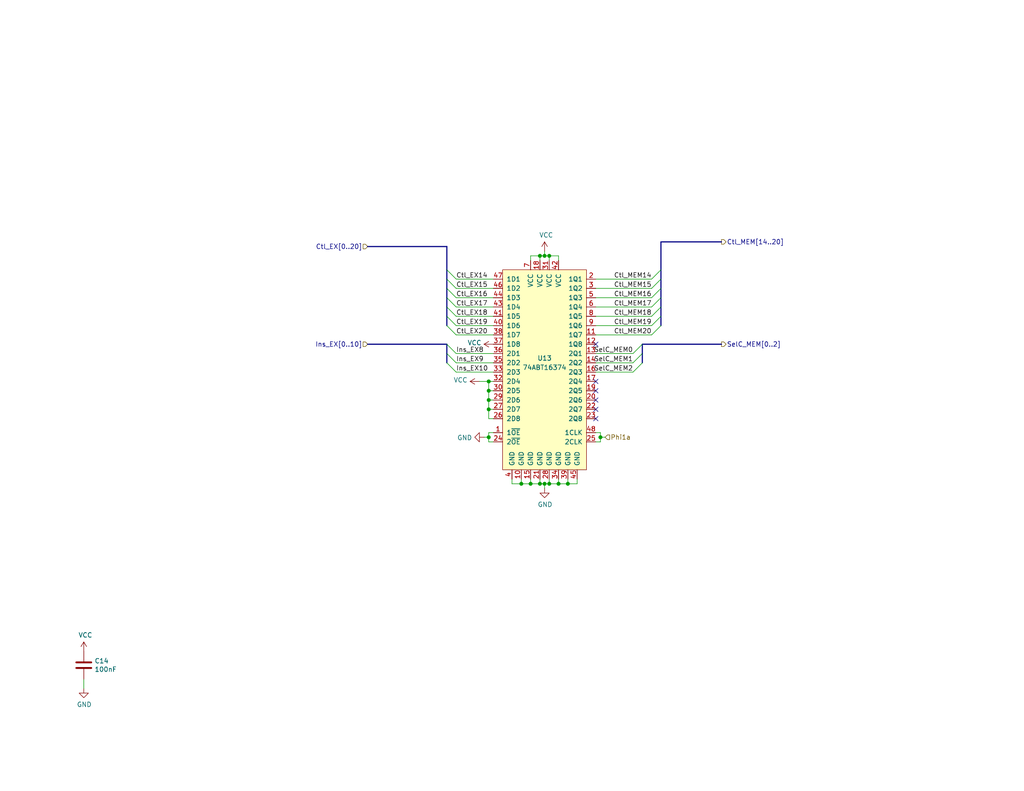
<source format=kicad_sch>
(kicad_sch (version 20230121) (generator eeschema)
  (paper "USLetter")
  (title_block (title "EX/MEM: Control Word Register") (date "2022-09-24") (rev "B"))
  (lib_symbols
    (symbol "74xx (kicad5):74ABT16374" (pin_names (offset 1.016))
      (property "Reference" "U" (at 0 1.27 0))
      (property "Value" "74ABT16374" (at 0 -1.27 0))
      (symbol "74ABT16374_0_0"
        (pin input line (at -13.97 -20.32 0) (length 2.54) (name "1~{OE}") (number "1"))
        (pin power_in line (at -6.35 -33.02 90) (length 2.54) (name "GND") (number "10"))
        (pin tri_state line (at 13.97 6.35 180) (length 2.54) (name "1Q7") (number "11"))
        (pin tri_state line (at 13.97 3.81 180) (length 2.54) (name "1Q8") (number "12"))
        (pin tri_state line (at 13.97 1.27 180) (length 2.54) (name "2Q1") (number "13"))
        (pin tri_state line (at 13.97 -1.27 180) (length 2.54) (name "2Q2") (number "14"))
        (pin power_in line (at -3.81 -33.02 90) (length 2.54) (name "GND") (number "15"))
        (pin tri_state line (at 13.97 -3.81 180) (length 2.54) (name "2Q3") (number "16"))
        (pin tri_state line (at 13.97 -6.35 180) (length 2.54) (name "2Q4") (number "17"))
        (pin power_in line (at -1.27 26.67 270) (length 2.54) (name "VCC") (number "18"))
        (pin tri_state line (at 13.97 -8.89 180) (length 2.54) (name "2Q5") (number "19"))
        (pin tri_state line (at 13.97 21.59 180) (length 2.54) (name "1Q1") (number "2"))
        (pin tri_state line (at 13.97 -11.43 180) (length 2.54) (name "2Q6") (number "20"))
        (pin power_in line (at -1.27 -33.02 90) (length 2.54) (name "GND") (number "21"))
        (pin tri_state line (at 13.97 -13.97 180) (length 2.54) (name "2Q7") (number "22"))
        (pin tri_state line (at 13.97 -16.51 180) (length 2.54) (name "2Q8") (number "23"))
        (pin input line (at -13.97 -22.86 0) (length 2.54) (name "2~{OE}") (number "24"))
        (pin input line (at 13.97 -22.86 180) (length 2.54) (name "2CLK") (number "25"))
        (pin input line (at -13.97 -16.51 0) (length 2.54) (name "2D8") (number "26"))
        (pin input line (at -13.97 -13.97 0) (length 2.54) (name "2D7") (number "27"))
        (pin power_in line (at 1.27 -33.02 90) (length 2.54) (name "GND") (number "28"))
        (pin input line (at -13.97 -11.43 0) (length 2.54) (name "2D6") (number "29"))
        (pin tri_state line (at 13.97 19.05 180) (length 2.54) (name "1Q2") (number "3"))
        (pin input line (at -13.97 -8.89 0) (length 2.54) (name "2D5") (number "30"))
        (pin power_in line (at 1.27 26.67 270) (length 2.54) (name "VCC") (number "31"))
        (pin input line (at -13.97 -6.35 0) (length 2.54) (name "2D4") (number "32"))
        (pin input line (at -13.97 -3.81 0) (length 2.54) (name "2D3") (number "33"))
        (pin power_in line (at 3.81 -33.02 90) (length 2.54) (name "GND") (number "34"))
        (pin input line (at -13.97 -1.27 0) (length 2.54) (name "2D2") (number "35"))
        (pin input line (at -13.97 1.27 0) (length 2.54) (name "2D1") (number "36"))
        (pin input line (at -13.97 3.81 0) (length 2.54) (name "1D8") (number "37"))
        (pin input line (at -13.97 6.35 0) (length 2.54) (name "1D7") (number "38"))
        (pin power_in line (at 6.35 -33.02 90) (length 2.54) (name "GND") (number "39"))
        (pin power_in line (at -8.89 -33.02 90) (length 2.54) (name "GND") (number "4"))
        (pin input line (at -13.97 8.89 0) (length 2.54) (name "1D6") (number "40"))
        (pin input line (at -13.97 11.43 0) (length 2.54) (name "1D5") (number "41"))
        (pin power_in line (at 3.81 26.67 270) (length 2.54) (name "VCC") (number "42"))
        (pin input line (at -13.97 13.97 0) (length 2.54) (name "1D4") (number "43"))
        (pin input line (at -13.97 16.51 0) (length 2.54) (name "1D3") (number "44"))
        (pin power_in line (at 8.89 -33.02 90) (length 2.54) (name "GND") (number "45"))
        (pin input line (at -13.97 19.05 0) (length 2.54) (name "1D2") (number "46"))
        (pin input line (at -13.97 21.59 0) (length 2.54) (name "1D1") (number "47"))
        (pin input line (at 13.97 -20.32 180) (length 2.54) (name "1CLK") (number "48"))
        (pin tri_state line (at 13.97 16.51 180) (length 2.54) (name "1Q3") (number "5"))
        (pin tri_state line (at 13.97 13.97 180) (length 2.54) (name "1Q4") (number "6"))
        (pin power_in line (at -3.81 26.67 270) (length 2.54) (name "VCC") (number "7"))
        (pin tri_state line (at 13.97 11.43 180) (length 2.54) (name "1Q5") (number "8"))
        (pin tri_state line (at 13.97 8.89 180) (length 2.54) (name "1Q6") (number "9"))
      )
      (symbol "74ABT16374_0_1"
        (rectangle (start -11.43 24.13) (end 11.43 -30.48) (fill (type background)))
      )
    )
    (symbol "Device:C" (pin_numbers hide) (pin_names (offset 0.254))
      (property "Reference" "C" (at 0.635 2.54 0))
      (property "Value" "C" (at 0.635 -2.54 0))
      (symbol "C_0_1"
        (polyline (pts (xy -2.032 -0.762) (xy 2.032 -0.762)) (stroke (width 0.508)))
        (polyline (pts (xy -2.032 0.762) (xy 2.032 0.762)) (stroke (width 0.508)))
      )
      (symbol "C_1_1"
        (pin passive line (at 0 3.81 270) (length 2.794) (name "~") (number "1"))
        (pin passive line (at 0 -3.81 90) (length 2.794) (name "~") (number "2"))
      )
    )
    (symbol "power:GND" (power) (pin_names (offset 0))
      (property "Value" "GND" (at 0 -3.81 0))
      (symbol "GND_0_1"
        (polyline (pts (xy 0 0) (xy 0 -1.27) (xy 1.27 -1.27) (xy 0 -2.54) (xy -1.27 -1.27) (xy 0 -1.27)))
      )
      (symbol "GND_1_1"
        (pin power_in line (at 0 0 270) (length 0) hide (name "GND") (number "1"))
      )
    )
    (symbol "power:VCC" (power) (pin_names (offset 0))
      (property "Value" "VCC" (at 0 3.81 0))
      (symbol "VCC_0_1"
        (polyline (pts (xy -0.762 1.27) (xy 0 2.54)))
        (polyline (pts (xy 0 0) (xy 0 2.54)))
        (polyline (pts (xy 0 2.54) (xy 0.762 1.27)))
      )
      (symbol "VCC_1_1"
        (pin power_in line (at 0 0 90) (length 0) hide (name "VCC") (number "1"))
      )
    )
  )
  (junction (at 133.35 106.68))
  (junction (at 133.35 111.76))
  (junction (at 144.78 132.08))
  (junction (at 133.35 119.38))
  (junction (at 152.4 132.08))
  (junction (at 148.59 69.85))
  (junction (at 149.86 132.08))
  (junction (at 149.86 69.85))
  (junction (at 133.35 104.14))
  (junction (at 163.83 119.38))
  (junction (at 147.32 69.85))
  (junction (at 148.59 132.08))
  (junction (at 133.35 109.22))
  (junction (at 147.32 132.08))
  (junction (at 142.24 132.08))
  (junction (at 154.94 132.08))
  (no_connect (at 162.56 104.14))
  (no_connect (at 162.56 109.22))
  (no_connect (at 162.56 111.76))
  (no_connect (at 162.56 93.98))
  (no_connect (at 162.56 106.68))
  (no_connect (at 162.56 114.3))
  (bus_entry (at 180.34 73.66) (size -2.54 2.54))
  (bus_entry (at 180.34 78.74) (size -2.54 2.54))
  (bus_entry (at 121.92 83.82) (size 2.54 2.54))
  (bus_entry (at 180.34 86.36) (size -2.54 2.54))
  (bus_entry (at 175.26 96.52) (size -2.54 2.54))
  (bus_entry (at 121.92 93.98) (size 2.54 2.54))
  (bus_entry (at 180.34 88.9) (size -2.54 2.54))
  (bus_entry (at 121.92 73.66) (size 2.54 2.54))
  (bus_entry (at 121.92 99.06) (size 2.54 2.54))
  (bus_entry (at 180.34 81.28) (size -2.54 2.54))
  (bus_entry (at 175.26 93.98) (size -2.54 2.54))
  (bus_entry (at 121.92 86.36) (size 2.54 2.54))
  (bus_entry (at 180.34 76.2) (size -2.54 2.54))
  (bus_entry (at 121.92 96.52) (size 2.54 2.54))
  (bus_entry (at 121.92 78.74) (size 2.54 2.54))
  (bus_entry (at 121.92 88.9) (size 2.54 2.54))
  (bus_entry (at 180.34 83.82) (size -2.54 2.54))
  (bus_entry (at 175.26 99.06) (size -2.54 2.54))
  (bus_entry (at 121.92 81.28) (size 2.54 2.54))
  (bus_entry (at 121.92 76.2) (size 2.54 2.54))
  (bus (pts (xy 100.33 93.98) (xy 121.92 93.98)))
  (wire (pts (xy 124.46 81.28) (xy 134.62 81.28)))
  (wire (pts (xy 134.62 111.76) (xy 133.35 111.76)))
  (bus (pts (xy 100.33 67.31) (xy 121.92 67.31)))
  (wire (pts (xy 142.24 130.81) (xy 142.24 132.08)))
  (wire (pts (xy 133.35 109.22) (xy 133.35 111.76)))
  (wire (pts (xy 149.86 130.81) (xy 149.86 132.08)))
  (wire (pts (xy 148.59 132.08) (xy 148.59 133.35)))
  (bus (pts (xy 121.92 78.74) (xy 121.92 81.28)))
  (bus (pts (xy 180.34 83.82) (xy 180.34 86.36)))
  (bus (pts (xy 121.92 81.28) (xy 121.92 83.82)))
  (wire (pts (xy 133.35 111.76) (xy 133.35 114.3)))
  (bus (pts (xy 121.92 76.2) (xy 121.92 78.74)))
  (bus (pts (xy 180.34 81.28) (xy 180.34 83.82)))
  (wire (pts (xy 177.8 86.36) (xy 162.56 86.36)))
  (bus (pts (xy 121.92 96.52) (xy 121.92 99.06)))
  (wire (pts (xy 147.32 132.08) (xy 148.59 132.08)))
  (wire (pts (xy 124.46 96.52) (xy 134.62 96.52)))
  (wire (pts (xy 149.86 71.12) (xy 149.86 69.85)))
  (bus (pts (xy 180.34 86.36) (xy 180.34 88.9)))
  (wire (pts (xy 163.83 120.65) (xy 162.56 120.65)))
  (bus (pts (xy 196.85 66.04) (xy 180.34 66.04)))
  (wire (pts (xy 133.35 120.65) (xy 134.62 120.65)))
  (wire (pts (xy 177.8 91.44) (xy 162.56 91.44)))
  (wire (pts (xy 147.32 69.85) (xy 148.59 69.85)))
  (wire (pts (xy 154.94 132.08) (xy 157.48 132.08)))
  (wire (pts (xy 177.8 81.28) (xy 162.56 81.28)))
  (wire (pts (xy 134.62 118.11) (xy 133.35 118.11)))
  (wire (pts (xy 149.86 69.85) (xy 152.4 69.85)))
  (wire (pts (xy 177.8 78.74) (xy 162.56 78.74)))
  (wire (pts (xy 172.72 101.6) (xy 162.56 101.6)))
  (wire (pts (xy 152.4 69.85) (xy 152.4 71.12)))
  (wire (pts (xy 172.72 96.52) (xy 162.56 96.52)))
  (wire (pts (xy 148.59 132.08) (xy 149.86 132.08)))
  (wire (pts (xy 148.59 69.85) (xy 149.86 69.85)))
  (wire (pts (xy 147.32 71.12) (xy 147.32 69.85)))
  (bus (pts (xy 121.92 73.66) (xy 121.92 76.2)))
  (wire (pts (xy 133.35 119.38) (xy 132.08 119.38)))
  (wire (pts (xy 130.81 104.14) (xy 133.35 104.14)))
  (bus (pts (xy 180.34 73.66) (xy 180.34 76.2)))
  (wire (pts (xy 177.8 76.2) (xy 162.56 76.2)))
  (bus (pts (xy 121.92 83.82) (xy 121.92 86.36)))
  (wire (pts (xy 148.59 68.58) (xy 148.59 69.85)))
  (wire (pts (xy 144.78 130.81) (xy 144.78 132.08)))
  (bus (pts (xy 180.34 66.04) (xy 180.34 73.66)))
  (wire (pts (xy 133.35 119.38) (xy 133.35 120.65)))
  (wire (pts (xy 124.46 88.9) (xy 134.62 88.9)))
  (wire (pts (xy 163.83 119.38) (xy 163.83 120.65)))
  (wire (pts (xy 124.46 78.74) (xy 134.62 78.74)))
  (wire (pts (xy 149.86 132.08) (xy 152.4 132.08)))
  (wire (pts (xy 133.35 104.14) (xy 133.35 106.68)))
  (wire (pts (xy 139.7 132.08) (xy 142.24 132.08)))
  (wire (pts (xy 163.83 118.11) (xy 163.83 119.38)))
  (wire (pts (xy 139.7 130.81) (xy 139.7 132.08)))
  (wire (pts (xy 133.35 114.3) (xy 134.62 114.3)))
  (wire (pts (xy 154.94 130.81) (xy 154.94 132.08)))
  (wire (pts (xy 147.32 130.81) (xy 147.32 132.08)))
  (wire (pts (xy 157.48 132.08) (xy 157.48 130.81)))
  (bus (pts (xy 196.85 93.98) (xy 175.26 93.98)))
  (bus (pts (xy 175.26 96.52) (xy 175.26 99.06)))
  (wire (pts (xy 144.78 71.12) (xy 144.78 69.85)))
  (wire (pts (xy 124.46 101.6) (xy 134.62 101.6)))
  (wire (pts (xy 162.56 118.11) (xy 163.83 118.11)))
  (wire (pts (xy 134.62 104.14) (xy 133.35 104.14)))
  (wire (pts (xy 124.46 91.44) (xy 134.62 91.44)))
  (bus (pts (xy 121.92 93.98) (xy 121.92 96.52)))
  (wire (pts (xy 144.78 132.08) (xy 147.32 132.08)))
  (wire (pts (xy 124.46 76.2) (xy 134.62 76.2)))
  (wire (pts (xy 133.35 106.68) (xy 133.35 109.22)))
  (wire (pts (xy 163.83 119.38) (xy 165.1 119.38)))
  (bus (pts (xy 180.34 76.2) (xy 180.34 78.74)))
  (wire (pts (xy 177.8 83.82) (xy 162.56 83.82)))
  (bus (pts (xy 121.92 67.31) (xy 121.92 73.66)))
  (wire (pts (xy 134.62 106.68) (xy 133.35 106.68)))
  (wire (pts (xy 134.62 109.22) (xy 133.35 109.22)))
  (bus (pts (xy 180.34 78.74) (xy 180.34 81.28)))
  (wire (pts (xy 152.4 132.08) (xy 154.94 132.08)))
  (wire (pts (xy 152.4 130.81) (xy 152.4 132.08)))
  (wire (pts (xy 172.72 99.06) (xy 162.56 99.06)))
  (wire (pts (xy 124.46 99.06) (xy 134.62 99.06)))
  (wire (pts (xy 133.35 118.11) (xy 133.35 119.38)))
  (wire (pts (xy 142.24 132.08) (xy 144.78 132.08)))
  (wire (pts (xy 177.8 88.9) (xy 162.56 88.9)))
  (bus (pts (xy 121.92 86.36) (xy 121.92 88.9)))
  (wire (pts (xy 124.46 86.36) (xy 134.62 86.36)))
  (bus (pts (xy 175.26 93.98) (xy 175.26 96.52)))
  (wire (pts (xy 124.46 83.82) (xy 134.62 83.82)))
  (wire (pts (xy 144.78 69.85) (xy 147.32 69.85)))
  (wire (pts (xy 22.86 187.96) (xy 22.86 185.42)))
  (label "Ctl_EX19" (at 124.46 88.9 0))
  (label "Ins_EX8" (at 124.46 96.52 0))
  (label "Ctl_MEM15" (at 177.8 78.74 180))
  (label "Ctl_EX17" (at 124.46 83.82 0))
  (label "Ctl_EX18" (at 124.46 86.36 0))
  (label "Ctl_MEM14" (at 177.8 76.2 180))
  (label "Ctl_MEM19" (at 177.8 88.9 180))
  (label "SelC_MEM1" (at 172.72 99.06 180))
  (label "Ins_EX9" (at 124.46 99.06 0))
  (label "Ctl_EX15" (at 124.46 78.74 0))
  (label "Ctl_EX20" (at 124.46 91.44 0))
  (label "SelC_MEM0" (at 172.72 96.52 180))
  (label "SelC_MEM2" (at 172.72 101.6 180))
  (label "Ctl_MEM17" (at 177.8 83.82 180))
  (label "Ctl_MEM18" (at 177.8 86.36 180))
  (label "Ctl_EX14" (at 124.46 76.2 0))
  (label "Ctl_EX16" (at 124.46 81.28 0))
  (label "Ctl_MEM16" (at 177.8 81.28 180))
  (label "Ins_EX10" (at 124.46 101.6 0))
  (label "Ctl_MEM20" (at 177.8 91.44 180))
  (hierarchical_label "Ctl_MEM[14..20]" (shape output) (at 196.85 66.04 0))
  (hierarchical_label "Phi1a" (shape input) (at 165.1 119.38 0))
  (hierarchical_label "Ins_EX[0..10]" (shape input) (at 100.33 93.98 180))
  (hierarchical_label "Ctl_EX[0..20]" (shape input) (at 100.33 67.31 180))
  (hierarchical_label "SelC_MEM[0..2]" (shape output) (at 196.85 93.98 0))
  (symbol (lib_id "power:VCC") (at 130.81 104.14 90) (unit 1)
    (property "Reference" "#PWR071" (effects hide))
    (property "Value" "VCC" (at 127.5842 103.759 90) (effects (justify left)))
  )
  (symbol (lib_id "power:VCC") (at 134.62 93.98 90) (unit 1)
    (property "Reference" "#PWR073" (effects hide))
    (property "Value" "VCC" (at 131.3942 93.599 90) (effects (justify left)))
  )
  (symbol (lib_id "Device:C") (at 22.86 181.61 0) (unit 1)
    (property "Reference" "C14" (at 25.781 180.4416 0) (effects (justify left)))
    (property "Value" "100nF" (at 25.781 182.753 0) (effects (justify left)))
    (property "Footprint" "Capacitor_SMD:C_0603_1608Metric_Pad1.08x0.95mm_HandSolder" (effects hide))
    (property "Mouser" "https://www.mouser.com/ProductDetail/963-EMK107B7104KAHT" (effects hide))
  )
  (symbol (lib_id "power:VCC") (at 22.86 177.8 0) (unit 1)
    (property "Reference" "#PWR069" (effects hide))
    (property "Value" "VCC" (at 23.2918 173.4058 0))
  )
  (symbol (lib_id "power:GND") (at 22.86 187.96 0) (unit 1)
    (property "Reference" "#PWR070" (effects hide))
    (property "Value" "GND" (at 22.987 192.3542 0))
  )
  (symbol (lib_id "power:GND") (at 132.08 119.38 270) (unit 1)
    (property "Reference" "#PWR072" (effects hide))
    (property "Value" "GND" (at 128.8288 119.507 90) (effects (justify right)))
  )
  (symbol (lib_id "power:VCC") (at 148.59 68.58 0) (unit 1)
    (property "Reference" "#PWR074" (effects hide))
    (property "Value" "VCC" (at 149.0218 64.1858 0))
  )
  (symbol (lib_id "power:GND") (at 148.59 133.35 0) (unit 1)
    (property "Reference" "#PWR075" (effects hide))
    (property "Value" "GND" (at 148.717 137.7442 0))
  )
  (symbol (lib_id "74xx (kicad5):74ABT16374") (at 148.59 97.79 0) (unit 1)
    (property "Reference" "U13" (at 148.59 97.79 0))
    (property "Value" "74ABT16374" (at 148.59 100.33 0))
    (property "Footprint" "Package_SO:TSSOP-48_6.1x12.5mm_P0.5mm" (effects hide))
    (property "Datasheet" "https://www.ti.com/lit/ds/symlink/sn74abt16374a.pdf?HQS=dis-mous-null-mousermode-dsf-pf-null-wwe&ts=1617318801237" (effects hide))
    (property "Mouser" "https://www.mouser.com/ProductDetail/Texas-Instruments/SN74ABT16374ADGGR?qs=%2Fha2pyFadui8Wf%2F61v2joCyY9bOa3peBR5btn0VUHs8%3D" (effects hide))
  )
)
</source>
